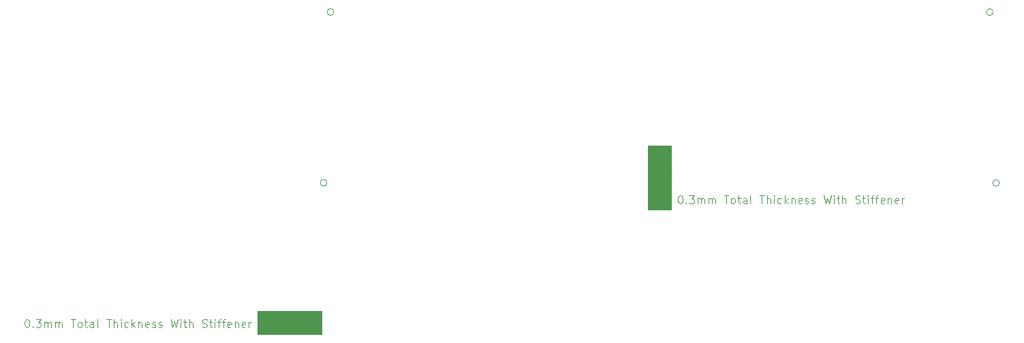
<source format=gbr>
%TF.GenerationSoftware,KiCad,Pcbnew,8.0.2*%
%TF.CreationDate,2024-11-29T16:24:00-08:00*%
%TF.ProjectId,procon_trigger_pcb,70726f63-6f6e-45f7-9472-69676765725f,rev?*%
%TF.SameCoordinates,Original*%
%TF.FileFunction,OtherDrawing,Comment*%
%FSLAX46Y46*%
G04 Gerber Fmt 4.6, Leading zero omitted, Abs format (unit mm)*
G04 Created by KiCad (PCBNEW 8.0.2) date 2024-11-29 16:24:00*
%MOMM*%
%LPD*%
G01*
G04 APERTURE LIST*
%ADD10C,0.100000*%
%ADD11C,0.000000*%
G04 APERTURE END LIST*
D10*
X270317253Y-141935000D02*
G75*
G02*
X269482747Y-141935000I-417253J0D01*
G01*
X269482747Y-141935000D02*
G75*
G02*
X270317253Y-141935000I417253J0D01*
G01*
X186742253Y-141910000D02*
G75*
G02*
X185907747Y-141910000I-417253J0D01*
G01*
X185907747Y-141910000D02*
G75*
G02*
X186742253Y-141910000I417253J0D01*
G01*
X226600000Y-141007500D02*
X229600000Y-141007500D01*
X187592253Y-120665000D02*
G75*
G02*
X186757747Y-120665000I-417253J0D01*
G01*
X186757747Y-120665000D02*
G75*
G02*
X187592253Y-120665000I417253J0D01*
G01*
X269512253Y-120685000D02*
G75*
G02*
X268677747Y-120685000I-417253J0D01*
G01*
X268677747Y-120685000D02*
G75*
G02*
X269512253Y-120685000I417253J0D01*
G01*
X149424360Y-158882419D02*
X149519598Y-158882419D01*
X149519598Y-158882419D02*
X149614836Y-158930038D01*
X149614836Y-158930038D02*
X149662455Y-158977657D01*
X149662455Y-158977657D02*
X149710074Y-159072895D01*
X149710074Y-159072895D02*
X149757693Y-159263371D01*
X149757693Y-159263371D02*
X149757693Y-159501466D01*
X149757693Y-159501466D02*
X149710074Y-159691942D01*
X149710074Y-159691942D02*
X149662455Y-159787180D01*
X149662455Y-159787180D02*
X149614836Y-159834800D01*
X149614836Y-159834800D02*
X149519598Y-159882419D01*
X149519598Y-159882419D02*
X149424360Y-159882419D01*
X149424360Y-159882419D02*
X149329122Y-159834800D01*
X149329122Y-159834800D02*
X149281503Y-159787180D01*
X149281503Y-159787180D02*
X149233884Y-159691942D01*
X149233884Y-159691942D02*
X149186265Y-159501466D01*
X149186265Y-159501466D02*
X149186265Y-159263371D01*
X149186265Y-159263371D02*
X149233884Y-159072895D01*
X149233884Y-159072895D02*
X149281503Y-158977657D01*
X149281503Y-158977657D02*
X149329122Y-158930038D01*
X149329122Y-158930038D02*
X149424360Y-158882419D01*
X150186265Y-159787180D02*
X150233884Y-159834800D01*
X150233884Y-159834800D02*
X150186265Y-159882419D01*
X150186265Y-159882419D02*
X150138646Y-159834800D01*
X150138646Y-159834800D02*
X150186265Y-159787180D01*
X150186265Y-159787180D02*
X150186265Y-159882419D01*
X150567217Y-158882419D02*
X151186264Y-158882419D01*
X151186264Y-158882419D02*
X150852931Y-159263371D01*
X150852931Y-159263371D02*
X150995788Y-159263371D01*
X150995788Y-159263371D02*
X151091026Y-159310990D01*
X151091026Y-159310990D02*
X151138645Y-159358609D01*
X151138645Y-159358609D02*
X151186264Y-159453847D01*
X151186264Y-159453847D02*
X151186264Y-159691942D01*
X151186264Y-159691942D02*
X151138645Y-159787180D01*
X151138645Y-159787180D02*
X151091026Y-159834800D01*
X151091026Y-159834800D02*
X150995788Y-159882419D01*
X150995788Y-159882419D02*
X150710074Y-159882419D01*
X150710074Y-159882419D02*
X150614836Y-159834800D01*
X150614836Y-159834800D02*
X150567217Y-159787180D01*
X151614836Y-159882419D02*
X151614836Y-159215752D01*
X151614836Y-159310990D02*
X151662455Y-159263371D01*
X151662455Y-159263371D02*
X151757693Y-159215752D01*
X151757693Y-159215752D02*
X151900550Y-159215752D01*
X151900550Y-159215752D02*
X151995788Y-159263371D01*
X151995788Y-159263371D02*
X152043407Y-159358609D01*
X152043407Y-159358609D02*
X152043407Y-159882419D01*
X152043407Y-159358609D02*
X152091026Y-159263371D01*
X152091026Y-159263371D02*
X152186264Y-159215752D01*
X152186264Y-159215752D02*
X152329121Y-159215752D01*
X152329121Y-159215752D02*
X152424360Y-159263371D01*
X152424360Y-159263371D02*
X152471979Y-159358609D01*
X152471979Y-159358609D02*
X152471979Y-159882419D01*
X152948169Y-159882419D02*
X152948169Y-159215752D01*
X152948169Y-159310990D02*
X152995788Y-159263371D01*
X152995788Y-159263371D02*
X153091026Y-159215752D01*
X153091026Y-159215752D02*
X153233883Y-159215752D01*
X153233883Y-159215752D02*
X153329121Y-159263371D01*
X153329121Y-159263371D02*
X153376740Y-159358609D01*
X153376740Y-159358609D02*
X153376740Y-159882419D01*
X153376740Y-159358609D02*
X153424359Y-159263371D01*
X153424359Y-159263371D02*
X153519597Y-159215752D01*
X153519597Y-159215752D02*
X153662454Y-159215752D01*
X153662454Y-159215752D02*
X153757693Y-159263371D01*
X153757693Y-159263371D02*
X153805312Y-159358609D01*
X153805312Y-159358609D02*
X153805312Y-159882419D01*
X154900550Y-158882419D02*
X155471978Y-158882419D01*
X155186264Y-159882419D02*
X155186264Y-158882419D01*
X155948169Y-159882419D02*
X155852931Y-159834800D01*
X155852931Y-159834800D02*
X155805312Y-159787180D01*
X155805312Y-159787180D02*
X155757693Y-159691942D01*
X155757693Y-159691942D02*
X155757693Y-159406228D01*
X155757693Y-159406228D02*
X155805312Y-159310990D01*
X155805312Y-159310990D02*
X155852931Y-159263371D01*
X155852931Y-159263371D02*
X155948169Y-159215752D01*
X155948169Y-159215752D02*
X156091026Y-159215752D01*
X156091026Y-159215752D02*
X156186264Y-159263371D01*
X156186264Y-159263371D02*
X156233883Y-159310990D01*
X156233883Y-159310990D02*
X156281502Y-159406228D01*
X156281502Y-159406228D02*
X156281502Y-159691942D01*
X156281502Y-159691942D02*
X156233883Y-159787180D01*
X156233883Y-159787180D02*
X156186264Y-159834800D01*
X156186264Y-159834800D02*
X156091026Y-159882419D01*
X156091026Y-159882419D02*
X155948169Y-159882419D01*
X156567217Y-159215752D02*
X156948169Y-159215752D01*
X156710074Y-158882419D02*
X156710074Y-159739561D01*
X156710074Y-159739561D02*
X156757693Y-159834800D01*
X156757693Y-159834800D02*
X156852931Y-159882419D01*
X156852931Y-159882419D02*
X156948169Y-159882419D01*
X157710074Y-159882419D02*
X157710074Y-159358609D01*
X157710074Y-159358609D02*
X157662455Y-159263371D01*
X157662455Y-159263371D02*
X157567217Y-159215752D01*
X157567217Y-159215752D02*
X157376741Y-159215752D01*
X157376741Y-159215752D02*
X157281503Y-159263371D01*
X157710074Y-159834800D02*
X157614836Y-159882419D01*
X157614836Y-159882419D02*
X157376741Y-159882419D01*
X157376741Y-159882419D02*
X157281503Y-159834800D01*
X157281503Y-159834800D02*
X157233884Y-159739561D01*
X157233884Y-159739561D02*
X157233884Y-159644323D01*
X157233884Y-159644323D02*
X157281503Y-159549085D01*
X157281503Y-159549085D02*
X157376741Y-159501466D01*
X157376741Y-159501466D02*
X157614836Y-159501466D01*
X157614836Y-159501466D02*
X157710074Y-159453847D01*
X158329122Y-159882419D02*
X158233884Y-159834800D01*
X158233884Y-159834800D02*
X158186265Y-159739561D01*
X158186265Y-159739561D02*
X158186265Y-158882419D01*
X159329123Y-158882419D02*
X159900551Y-158882419D01*
X159614837Y-159882419D02*
X159614837Y-158882419D01*
X160233885Y-159882419D02*
X160233885Y-158882419D01*
X160662456Y-159882419D02*
X160662456Y-159358609D01*
X160662456Y-159358609D02*
X160614837Y-159263371D01*
X160614837Y-159263371D02*
X160519599Y-159215752D01*
X160519599Y-159215752D02*
X160376742Y-159215752D01*
X160376742Y-159215752D02*
X160281504Y-159263371D01*
X160281504Y-159263371D02*
X160233885Y-159310990D01*
X161138647Y-159882419D02*
X161138647Y-159215752D01*
X161138647Y-158882419D02*
X161091028Y-158930038D01*
X161091028Y-158930038D02*
X161138647Y-158977657D01*
X161138647Y-158977657D02*
X161186266Y-158930038D01*
X161186266Y-158930038D02*
X161138647Y-158882419D01*
X161138647Y-158882419D02*
X161138647Y-158977657D01*
X162043408Y-159834800D02*
X161948170Y-159882419D01*
X161948170Y-159882419D02*
X161757694Y-159882419D01*
X161757694Y-159882419D02*
X161662456Y-159834800D01*
X161662456Y-159834800D02*
X161614837Y-159787180D01*
X161614837Y-159787180D02*
X161567218Y-159691942D01*
X161567218Y-159691942D02*
X161567218Y-159406228D01*
X161567218Y-159406228D02*
X161614837Y-159310990D01*
X161614837Y-159310990D02*
X161662456Y-159263371D01*
X161662456Y-159263371D02*
X161757694Y-159215752D01*
X161757694Y-159215752D02*
X161948170Y-159215752D01*
X161948170Y-159215752D02*
X162043408Y-159263371D01*
X162471980Y-159882419D02*
X162471980Y-158882419D01*
X162567218Y-159501466D02*
X162852932Y-159882419D01*
X162852932Y-159215752D02*
X162471980Y-159596704D01*
X163281504Y-159215752D02*
X163281504Y-159882419D01*
X163281504Y-159310990D02*
X163329123Y-159263371D01*
X163329123Y-159263371D02*
X163424361Y-159215752D01*
X163424361Y-159215752D02*
X163567218Y-159215752D01*
X163567218Y-159215752D02*
X163662456Y-159263371D01*
X163662456Y-159263371D02*
X163710075Y-159358609D01*
X163710075Y-159358609D02*
X163710075Y-159882419D01*
X164567218Y-159834800D02*
X164471980Y-159882419D01*
X164471980Y-159882419D02*
X164281504Y-159882419D01*
X164281504Y-159882419D02*
X164186266Y-159834800D01*
X164186266Y-159834800D02*
X164138647Y-159739561D01*
X164138647Y-159739561D02*
X164138647Y-159358609D01*
X164138647Y-159358609D02*
X164186266Y-159263371D01*
X164186266Y-159263371D02*
X164281504Y-159215752D01*
X164281504Y-159215752D02*
X164471980Y-159215752D01*
X164471980Y-159215752D02*
X164567218Y-159263371D01*
X164567218Y-159263371D02*
X164614837Y-159358609D01*
X164614837Y-159358609D02*
X164614837Y-159453847D01*
X164614837Y-159453847D02*
X164138647Y-159549085D01*
X164995790Y-159834800D02*
X165091028Y-159882419D01*
X165091028Y-159882419D02*
X165281504Y-159882419D01*
X165281504Y-159882419D02*
X165376742Y-159834800D01*
X165376742Y-159834800D02*
X165424361Y-159739561D01*
X165424361Y-159739561D02*
X165424361Y-159691942D01*
X165424361Y-159691942D02*
X165376742Y-159596704D01*
X165376742Y-159596704D02*
X165281504Y-159549085D01*
X165281504Y-159549085D02*
X165138647Y-159549085D01*
X165138647Y-159549085D02*
X165043409Y-159501466D01*
X165043409Y-159501466D02*
X164995790Y-159406228D01*
X164995790Y-159406228D02*
X164995790Y-159358609D01*
X164995790Y-159358609D02*
X165043409Y-159263371D01*
X165043409Y-159263371D02*
X165138647Y-159215752D01*
X165138647Y-159215752D02*
X165281504Y-159215752D01*
X165281504Y-159215752D02*
X165376742Y-159263371D01*
X165805314Y-159834800D02*
X165900552Y-159882419D01*
X165900552Y-159882419D02*
X166091028Y-159882419D01*
X166091028Y-159882419D02*
X166186266Y-159834800D01*
X166186266Y-159834800D02*
X166233885Y-159739561D01*
X166233885Y-159739561D02*
X166233885Y-159691942D01*
X166233885Y-159691942D02*
X166186266Y-159596704D01*
X166186266Y-159596704D02*
X166091028Y-159549085D01*
X166091028Y-159549085D02*
X165948171Y-159549085D01*
X165948171Y-159549085D02*
X165852933Y-159501466D01*
X165852933Y-159501466D02*
X165805314Y-159406228D01*
X165805314Y-159406228D02*
X165805314Y-159358609D01*
X165805314Y-159358609D02*
X165852933Y-159263371D01*
X165852933Y-159263371D02*
X165948171Y-159215752D01*
X165948171Y-159215752D02*
X166091028Y-159215752D01*
X166091028Y-159215752D02*
X166186266Y-159263371D01*
X167329124Y-158882419D02*
X167567219Y-159882419D01*
X167567219Y-159882419D02*
X167757695Y-159168133D01*
X167757695Y-159168133D02*
X167948171Y-159882419D01*
X167948171Y-159882419D02*
X168186267Y-158882419D01*
X168567219Y-159882419D02*
X168567219Y-159215752D01*
X168567219Y-158882419D02*
X168519600Y-158930038D01*
X168519600Y-158930038D02*
X168567219Y-158977657D01*
X168567219Y-158977657D02*
X168614838Y-158930038D01*
X168614838Y-158930038D02*
X168567219Y-158882419D01*
X168567219Y-158882419D02*
X168567219Y-158977657D01*
X168900552Y-159215752D02*
X169281504Y-159215752D01*
X169043409Y-158882419D02*
X169043409Y-159739561D01*
X169043409Y-159739561D02*
X169091028Y-159834800D01*
X169091028Y-159834800D02*
X169186266Y-159882419D01*
X169186266Y-159882419D02*
X169281504Y-159882419D01*
X169614838Y-159882419D02*
X169614838Y-158882419D01*
X170043409Y-159882419D02*
X170043409Y-159358609D01*
X170043409Y-159358609D02*
X169995790Y-159263371D01*
X169995790Y-159263371D02*
X169900552Y-159215752D01*
X169900552Y-159215752D02*
X169757695Y-159215752D01*
X169757695Y-159215752D02*
X169662457Y-159263371D01*
X169662457Y-159263371D02*
X169614838Y-159310990D01*
X171233886Y-159834800D02*
X171376743Y-159882419D01*
X171376743Y-159882419D02*
X171614838Y-159882419D01*
X171614838Y-159882419D02*
X171710076Y-159834800D01*
X171710076Y-159834800D02*
X171757695Y-159787180D01*
X171757695Y-159787180D02*
X171805314Y-159691942D01*
X171805314Y-159691942D02*
X171805314Y-159596704D01*
X171805314Y-159596704D02*
X171757695Y-159501466D01*
X171757695Y-159501466D02*
X171710076Y-159453847D01*
X171710076Y-159453847D02*
X171614838Y-159406228D01*
X171614838Y-159406228D02*
X171424362Y-159358609D01*
X171424362Y-159358609D02*
X171329124Y-159310990D01*
X171329124Y-159310990D02*
X171281505Y-159263371D01*
X171281505Y-159263371D02*
X171233886Y-159168133D01*
X171233886Y-159168133D02*
X171233886Y-159072895D01*
X171233886Y-159072895D02*
X171281505Y-158977657D01*
X171281505Y-158977657D02*
X171329124Y-158930038D01*
X171329124Y-158930038D02*
X171424362Y-158882419D01*
X171424362Y-158882419D02*
X171662457Y-158882419D01*
X171662457Y-158882419D02*
X171805314Y-158930038D01*
X172091029Y-159215752D02*
X172471981Y-159215752D01*
X172233886Y-158882419D02*
X172233886Y-159739561D01*
X172233886Y-159739561D02*
X172281505Y-159834800D01*
X172281505Y-159834800D02*
X172376743Y-159882419D01*
X172376743Y-159882419D02*
X172471981Y-159882419D01*
X172805315Y-159882419D02*
X172805315Y-159215752D01*
X172805315Y-158882419D02*
X172757696Y-158930038D01*
X172757696Y-158930038D02*
X172805315Y-158977657D01*
X172805315Y-158977657D02*
X172852934Y-158930038D01*
X172852934Y-158930038D02*
X172805315Y-158882419D01*
X172805315Y-158882419D02*
X172805315Y-158977657D01*
X173138648Y-159215752D02*
X173519600Y-159215752D01*
X173281505Y-159882419D02*
X173281505Y-159025276D01*
X173281505Y-159025276D02*
X173329124Y-158930038D01*
X173329124Y-158930038D02*
X173424362Y-158882419D01*
X173424362Y-158882419D02*
X173519600Y-158882419D01*
X173710077Y-159215752D02*
X174091029Y-159215752D01*
X173852934Y-159882419D02*
X173852934Y-159025276D01*
X173852934Y-159025276D02*
X173900553Y-158930038D01*
X173900553Y-158930038D02*
X173995791Y-158882419D01*
X173995791Y-158882419D02*
X174091029Y-158882419D01*
X174805315Y-159834800D02*
X174710077Y-159882419D01*
X174710077Y-159882419D02*
X174519601Y-159882419D01*
X174519601Y-159882419D02*
X174424363Y-159834800D01*
X174424363Y-159834800D02*
X174376744Y-159739561D01*
X174376744Y-159739561D02*
X174376744Y-159358609D01*
X174376744Y-159358609D02*
X174424363Y-159263371D01*
X174424363Y-159263371D02*
X174519601Y-159215752D01*
X174519601Y-159215752D02*
X174710077Y-159215752D01*
X174710077Y-159215752D02*
X174805315Y-159263371D01*
X174805315Y-159263371D02*
X174852934Y-159358609D01*
X174852934Y-159358609D02*
X174852934Y-159453847D01*
X174852934Y-159453847D02*
X174376744Y-159549085D01*
X175281506Y-159215752D02*
X175281506Y-159882419D01*
X175281506Y-159310990D02*
X175329125Y-159263371D01*
X175329125Y-159263371D02*
X175424363Y-159215752D01*
X175424363Y-159215752D02*
X175567220Y-159215752D01*
X175567220Y-159215752D02*
X175662458Y-159263371D01*
X175662458Y-159263371D02*
X175710077Y-159358609D01*
X175710077Y-159358609D02*
X175710077Y-159882419D01*
X176567220Y-159834800D02*
X176471982Y-159882419D01*
X176471982Y-159882419D02*
X176281506Y-159882419D01*
X176281506Y-159882419D02*
X176186268Y-159834800D01*
X176186268Y-159834800D02*
X176138649Y-159739561D01*
X176138649Y-159739561D02*
X176138649Y-159358609D01*
X176138649Y-159358609D02*
X176186268Y-159263371D01*
X176186268Y-159263371D02*
X176281506Y-159215752D01*
X176281506Y-159215752D02*
X176471982Y-159215752D01*
X176471982Y-159215752D02*
X176567220Y-159263371D01*
X176567220Y-159263371D02*
X176614839Y-159358609D01*
X176614839Y-159358609D02*
X176614839Y-159453847D01*
X176614839Y-159453847D02*
X176138649Y-159549085D01*
X177043411Y-159882419D02*
X177043411Y-159215752D01*
X177043411Y-159406228D02*
X177091030Y-159310990D01*
X177091030Y-159310990D02*
X177138649Y-159263371D01*
X177138649Y-159263371D02*
X177233887Y-159215752D01*
X177233887Y-159215752D02*
X177329125Y-159215752D01*
X230594360Y-143492419D02*
X230689598Y-143492419D01*
X230689598Y-143492419D02*
X230784836Y-143540038D01*
X230784836Y-143540038D02*
X230832455Y-143587657D01*
X230832455Y-143587657D02*
X230880074Y-143682895D01*
X230880074Y-143682895D02*
X230927693Y-143873371D01*
X230927693Y-143873371D02*
X230927693Y-144111466D01*
X230927693Y-144111466D02*
X230880074Y-144301942D01*
X230880074Y-144301942D02*
X230832455Y-144397180D01*
X230832455Y-144397180D02*
X230784836Y-144444800D01*
X230784836Y-144444800D02*
X230689598Y-144492419D01*
X230689598Y-144492419D02*
X230594360Y-144492419D01*
X230594360Y-144492419D02*
X230499122Y-144444800D01*
X230499122Y-144444800D02*
X230451503Y-144397180D01*
X230451503Y-144397180D02*
X230403884Y-144301942D01*
X230403884Y-144301942D02*
X230356265Y-144111466D01*
X230356265Y-144111466D02*
X230356265Y-143873371D01*
X230356265Y-143873371D02*
X230403884Y-143682895D01*
X230403884Y-143682895D02*
X230451503Y-143587657D01*
X230451503Y-143587657D02*
X230499122Y-143540038D01*
X230499122Y-143540038D02*
X230594360Y-143492419D01*
X231356265Y-144397180D02*
X231403884Y-144444800D01*
X231403884Y-144444800D02*
X231356265Y-144492419D01*
X231356265Y-144492419D02*
X231308646Y-144444800D01*
X231308646Y-144444800D02*
X231356265Y-144397180D01*
X231356265Y-144397180D02*
X231356265Y-144492419D01*
X231737217Y-143492419D02*
X232356264Y-143492419D01*
X232356264Y-143492419D02*
X232022931Y-143873371D01*
X232022931Y-143873371D02*
X232165788Y-143873371D01*
X232165788Y-143873371D02*
X232261026Y-143920990D01*
X232261026Y-143920990D02*
X232308645Y-143968609D01*
X232308645Y-143968609D02*
X232356264Y-144063847D01*
X232356264Y-144063847D02*
X232356264Y-144301942D01*
X232356264Y-144301942D02*
X232308645Y-144397180D01*
X232308645Y-144397180D02*
X232261026Y-144444800D01*
X232261026Y-144444800D02*
X232165788Y-144492419D01*
X232165788Y-144492419D02*
X231880074Y-144492419D01*
X231880074Y-144492419D02*
X231784836Y-144444800D01*
X231784836Y-144444800D02*
X231737217Y-144397180D01*
X232784836Y-144492419D02*
X232784836Y-143825752D01*
X232784836Y-143920990D02*
X232832455Y-143873371D01*
X232832455Y-143873371D02*
X232927693Y-143825752D01*
X232927693Y-143825752D02*
X233070550Y-143825752D01*
X233070550Y-143825752D02*
X233165788Y-143873371D01*
X233165788Y-143873371D02*
X233213407Y-143968609D01*
X233213407Y-143968609D02*
X233213407Y-144492419D01*
X233213407Y-143968609D02*
X233261026Y-143873371D01*
X233261026Y-143873371D02*
X233356264Y-143825752D01*
X233356264Y-143825752D02*
X233499121Y-143825752D01*
X233499121Y-143825752D02*
X233594360Y-143873371D01*
X233594360Y-143873371D02*
X233641979Y-143968609D01*
X233641979Y-143968609D02*
X233641979Y-144492419D01*
X234118169Y-144492419D02*
X234118169Y-143825752D01*
X234118169Y-143920990D02*
X234165788Y-143873371D01*
X234165788Y-143873371D02*
X234261026Y-143825752D01*
X234261026Y-143825752D02*
X234403883Y-143825752D01*
X234403883Y-143825752D02*
X234499121Y-143873371D01*
X234499121Y-143873371D02*
X234546740Y-143968609D01*
X234546740Y-143968609D02*
X234546740Y-144492419D01*
X234546740Y-143968609D02*
X234594359Y-143873371D01*
X234594359Y-143873371D02*
X234689597Y-143825752D01*
X234689597Y-143825752D02*
X234832454Y-143825752D01*
X234832454Y-143825752D02*
X234927693Y-143873371D01*
X234927693Y-143873371D02*
X234975312Y-143968609D01*
X234975312Y-143968609D02*
X234975312Y-144492419D01*
X236070550Y-143492419D02*
X236641978Y-143492419D01*
X236356264Y-144492419D02*
X236356264Y-143492419D01*
X237118169Y-144492419D02*
X237022931Y-144444800D01*
X237022931Y-144444800D02*
X236975312Y-144397180D01*
X236975312Y-144397180D02*
X236927693Y-144301942D01*
X236927693Y-144301942D02*
X236927693Y-144016228D01*
X236927693Y-144016228D02*
X236975312Y-143920990D01*
X236975312Y-143920990D02*
X237022931Y-143873371D01*
X237022931Y-143873371D02*
X237118169Y-143825752D01*
X237118169Y-143825752D02*
X237261026Y-143825752D01*
X237261026Y-143825752D02*
X237356264Y-143873371D01*
X237356264Y-143873371D02*
X237403883Y-143920990D01*
X237403883Y-143920990D02*
X237451502Y-144016228D01*
X237451502Y-144016228D02*
X237451502Y-144301942D01*
X237451502Y-144301942D02*
X237403883Y-144397180D01*
X237403883Y-144397180D02*
X237356264Y-144444800D01*
X237356264Y-144444800D02*
X237261026Y-144492419D01*
X237261026Y-144492419D02*
X237118169Y-144492419D01*
X237737217Y-143825752D02*
X238118169Y-143825752D01*
X237880074Y-143492419D02*
X237880074Y-144349561D01*
X237880074Y-144349561D02*
X237927693Y-144444800D01*
X237927693Y-144444800D02*
X238022931Y-144492419D01*
X238022931Y-144492419D02*
X238118169Y-144492419D01*
X238880074Y-144492419D02*
X238880074Y-143968609D01*
X238880074Y-143968609D02*
X238832455Y-143873371D01*
X238832455Y-143873371D02*
X238737217Y-143825752D01*
X238737217Y-143825752D02*
X238546741Y-143825752D01*
X238546741Y-143825752D02*
X238451503Y-143873371D01*
X238880074Y-144444800D02*
X238784836Y-144492419D01*
X238784836Y-144492419D02*
X238546741Y-144492419D01*
X238546741Y-144492419D02*
X238451503Y-144444800D01*
X238451503Y-144444800D02*
X238403884Y-144349561D01*
X238403884Y-144349561D02*
X238403884Y-144254323D01*
X238403884Y-144254323D02*
X238451503Y-144159085D01*
X238451503Y-144159085D02*
X238546741Y-144111466D01*
X238546741Y-144111466D02*
X238784836Y-144111466D01*
X238784836Y-144111466D02*
X238880074Y-144063847D01*
X239499122Y-144492419D02*
X239403884Y-144444800D01*
X239403884Y-144444800D02*
X239356265Y-144349561D01*
X239356265Y-144349561D02*
X239356265Y-143492419D01*
X240499123Y-143492419D02*
X241070551Y-143492419D01*
X240784837Y-144492419D02*
X240784837Y-143492419D01*
X241403885Y-144492419D02*
X241403885Y-143492419D01*
X241832456Y-144492419D02*
X241832456Y-143968609D01*
X241832456Y-143968609D02*
X241784837Y-143873371D01*
X241784837Y-143873371D02*
X241689599Y-143825752D01*
X241689599Y-143825752D02*
X241546742Y-143825752D01*
X241546742Y-143825752D02*
X241451504Y-143873371D01*
X241451504Y-143873371D02*
X241403885Y-143920990D01*
X242308647Y-144492419D02*
X242308647Y-143825752D01*
X242308647Y-143492419D02*
X242261028Y-143540038D01*
X242261028Y-143540038D02*
X242308647Y-143587657D01*
X242308647Y-143587657D02*
X242356266Y-143540038D01*
X242356266Y-143540038D02*
X242308647Y-143492419D01*
X242308647Y-143492419D02*
X242308647Y-143587657D01*
X243213408Y-144444800D02*
X243118170Y-144492419D01*
X243118170Y-144492419D02*
X242927694Y-144492419D01*
X242927694Y-144492419D02*
X242832456Y-144444800D01*
X242832456Y-144444800D02*
X242784837Y-144397180D01*
X242784837Y-144397180D02*
X242737218Y-144301942D01*
X242737218Y-144301942D02*
X242737218Y-144016228D01*
X242737218Y-144016228D02*
X242784837Y-143920990D01*
X242784837Y-143920990D02*
X242832456Y-143873371D01*
X242832456Y-143873371D02*
X242927694Y-143825752D01*
X242927694Y-143825752D02*
X243118170Y-143825752D01*
X243118170Y-143825752D02*
X243213408Y-143873371D01*
X243641980Y-144492419D02*
X243641980Y-143492419D01*
X243737218Y-144111466D02*
X244022932Y-144492419D01*
X244022932Y-143825752D02*
X243641980Y-144206704D01*
X244451504Y-143825752D02*
X244451504Y-144492419D01*
X244451504Y-143920990D02*
X244499123Y-143873371D01*
X244499123Y-143873371D02*
X244594361Y-143825752D01*
X244594361Y-143825752D02*
X244737218Y-143825752D01*
X244737218Y-143825752D02*
X244832456Y-143873371D01*
X244832456Y-143873371D02*
X244880075Y-143968609D01*
X244880075Y-143968609D02*
X244880075Y-144492419D01*
X245737218Y-144444800D02*
X245641980Y-144492419D01*
X245641980Y-144492419D02*
X245451504Y-144492419D01*
X245451504Y-144492419D02*
X245356266Y-144444800D01*
X245356266Y-144444800D02*
X245308647Y-144349561D01*
X245308647Y-144349561D02*
X245308647Y-143968609D01*
X245308647Y-143968609D02*
X245356266Y-143873371D01*
X245356266Y-143873371D02*
X245451504Y-143825752D01*
X245451504Y-143825752D02*
X245641980Y-143825752D01*
X245641980Y-143825752D02*
X245737218Y-143873371D01*
X245737218Y-143873371D02*
X245784837Y-143968609D01*
X245784837Y-143968609D02*
X245784837Y-144063847D01*
X245784837Y-144063847D02*
X245308647Y-144159085D01*
X246165790Y-144444800D02*
X246261028Y-144492419D01*
X246261028Y-144492419D02*
X246451504Y-144492419D01*
X246451504Y-144492419D02*
X246546742Y-144444800D01*
X246546742Y-144444800D02*
X246594361Y-144349561D01*
X246594361Y-144349561D02*
X246594361Y-144301942D01*
X246594361Y-144301942D02*
X246546742Y-144206704D01*
X246546742Y-144206704D02*
X246451504Y-144159085D01*
X246451504Y-144159085D02*
X246308647Y-144159085D01*
X246308647Y-144159085D02*
X246213409Y-144111466D01*
X246213409Y-144111466D02*
X246165790Y-144016228D01*
X246165790Y-144016228D02*
X246165790Y-143968609D01*
X246165790Y-143968609D02*
X246213409Y-143873371D01*
X246213409Y-143873371D02*
X246308647Y-143825752D01*
X246308647Y-143825752D02*
X246451504Y-143825752D01*
X246451504Y-143825752D02*
X246546742Y-143873371D01*
X246975314Y-144444800D02*
X247070552Y-144492419D01*
X247070552Y-144492419D02*
X247261028Y-144492419D01*
X247261028Y-144492419D02*
X247356266Y-144444800D01*
X247356266Y-144444800D02*
X247403885Y-144349561D01*
X247403885Y-144349561D02*
X247403885Y-144301942D01*
X247403885Y-144301942D02*
X247356266Y-144206704D01*
X247356266Y-144206704D02*
X247261028Y-144159085D01*
X247261028Y-144159085D02*
X247118171Y-144159085D01*
X247118171Y-144159085D02*
X247022933Y-144111466D01*
X247022933Y-144111466D02*
X246975314Y-144016228D01*
X246975314Y-144016228D02*
X246975314Y-143968609D01*
X246975314Y-143968609D02*
X247022933Y-143873371D01*
X247022933Y-143873371D02*
X247118171Y-143825752D01*
X247118171Y-143825752D02*
X247261028Y-143825752D01*
X247261028Y-143825752D02*
X247356266Y-143873371D01*
X248499124Y-143492419D02*
X248737219Y-144492419D01*
X248737219Y-144492419D02*
X248927695Y-143778133D01*
X248927695Y-143778133D02*
X249118171Y-144492419D01*
X249118171Y-144492419D02*
X249356267Y-143492419D01*
X249737219Y-144492419D02*
X249737219Y-143825752D01*
X249737219Y-143492419D02*
X249689600Y-143540038D01*
X249689600Y-143540038D02*
X249737219Y-143587657D01*
X249737219Y-143587657D02*
X249784838Y-143540038D01*
X249784838Y-143540038D02*
X249737219Y-143492419D01*
X249737219Y-143492419D02*
X249737219Y-143587657D01*
X250070552Y-143825752D02*
X250451504Y-143825752D01*
X250213409Y-143492419D02*
X250213409Y-144349561D01*
X250213409Y-144349561D02*
X250261028Y-144444800D01*
X250261028Y-144444800D02*
X250356266Y-144492419D01*
X250356266Y-144492419D02*
X250451504Y-144492419D01*
X250784838Y-144492419D02*
X250784838Y-143492419D01*
X251213409Y-144492419D02*
X251213409Y-143968609D01*
X251213409Y-143968609D02*
X251165790Y-143873371D01*
X251165790Y-143873371D02*
X251070552Y-143825752D01*
X251070552Y-143825752D02*
X250927695Y-143825752D01*
X250927695Y-143825752D02*
X250832457Y-143873371D01*
X250832457Y-143873371D02*
X250784838Y-143920990D01*
X252403886Y-144444800D02*
X252546743Y-144492419D01*
X252546743Y-144492419D02*
X252784838Y-144492419D01*
X252784838Y-144492419D02*
X252880076Y-144444800D01*
X252880076Y-144444800D02*
X252927695Y-144397180D01*
X252927695Y-144397180D02*
X252975314Y-144301942D01*
X252975314Y-144301942D02*
X252975314Y-144206704D01*
X252975314Y-144206704D02*
X252927695Y-144111466D01*
X252927695Y-144111466D02*
X252880076Y-144063847D01*
X252880076Y-144063847D02*
X252784838Y-144016228D01*
X252784838Y-144016228D02*
X252594362Y-143968609D01*
X252594362Y-143968609D02*
X252499124Y-143920990D01*
X252499124Y-143920990D02*
X252451505Y-143873371D01*
X252451505Y-143873371D02*
X252403886Y-143778133D01*
X252403886Y-143778133D02*
X252403886Y-143682895D01*
X252403886Y-143682895D02*
X252451505Y-143587657D01*
X252451505Y-143587657D02*
X252499124Y-143540038D01*
X252499124Y-143540038D02*
X252594362Y-143492419D01*
X252594362Y-143492419D02*
X252832457Y-143492419D01*
X252832457Y-143492419D02*
X252975314Y-143540038D01*
X253261029Y-143825752D02*
X253641981Y-143825752D01*
X253403886Y-143492419D02*
X253403886Y-144349561D01*
X253403886Y-144349561D02*
X253451505Y-144444800D01*
X253451505Y-144444800D02*
X253546743Y-144492419D01*
X253546743Y-144492419D02*
X253641981Y-144492419D01*
X253975315Y-144492419D02*
X253975315Y-143825752D01*
X253975315Y-143492419D02*
X253927696Y-143540038D01*
X253927696Y-143540038D02*
X253975315Y-143587657D01*
X253975315Y-143587657D02*
X254022934Y-143540038D01*
X254022934Y-143540038D02*
X253975315Y-143492419D01*
X253975315Y-143492419D02*
X253975315Y-143587657D01*
X254308648Y-143825752D02*
X254689600Y-143825752D01*
X254451505Y-144492419D02*
X254451505Y-143635276D01*
X254451505Y-143635276D02*
X254499124Y-143540038D01*
X254499124Y-143540038D02*
X254594362Y-143492419D01*
X254594362Y-143492419D02*
X254689600Y-143492419D01*
X254880077Y-143825752D02*
X255261029Y-143825752D01*
X255022934Y-144492419D02*
X255022934Y-143635276D01*
X255022934Y-143635276D02*
X255070553Y-143540038D01*
X255070553Y-143540038D02*
X255165791Y-143492419D01*
X255165791Y-143492419D02*
X255261029Y-143492419D01*
X255975315Y-144444800D02*
X255880077Y-144492419D01*
X255880077Y-144492419D02*
X255689601Y-144492419D01*
X255689601Y-144492419D02*
X255594363Y-144444800D01*
X255594363Y-144444800D02*
X255546744Y-144349561D01*
X255546744Y-144349561D02*
X255546744Y-143968609D01*
X255546744Y-143968609D02*
X255594363Y-143873371D01*
X255594363Y-143873371D02*
X255689601Y-143825752D01*
X255689601Y-143825752D02*
X255880077Y-143825752D01*
X255880077Y-143825752D02*
X255975315Y-143873371D01*
X255975315Y-143873371D02*
X256022934Y-143968609D01*
X256022934Y-143968609D02*
X256022934Y-144063847D01*
X256022934Y-144063847D02*
X255546744Y-144159085D01*
X256451506Y-143825752D02*
X256451506Y-144492419D01*
X256451506Y-143920990D02*
X256499125Y-143873371D01*
X256499125Y-143873371D02*
X256594363Y-143825752D01*
X256594363Y-143825752D02*
X256737220Y-143825752D01*
X256737220Y-143825752D02*
X256832458Y-143873371D01*
X256832458Y-143873371D02*
X256880077Y-143968609D01*
X256880077Y-143968609D02*
X256880077Y-144492419D01*
X257737220Y-144444800D02*
X257641982Y-144492419D01*
X257641982Y-144492419D02*
X257451506Y-144492419D01*
X257451506Y-144492419D02*
X257356268Y-144444800D01*
X257356268Y-144444800D02*
X257308649Y-144349561D01*
X257308649Y-144349561D02*
X257308649Y-143968609D01*
X257308649Y-143968609D02*
X257356268Y-143873371D01*
X257356268Y-143873371D02*
X257451506Y-143825752D01*
X257451506Y-143825752D02*
X257641982Y-143825752D01*
X257641982Y-143825752D02*
X257737220Y-143873371D01*
X257737220Y-143873371D02*
X257784839Y-143968609D01*
X257784839Y-143968609D02*
X257784839Y-144063847D01*
X257784839Y-144063847D02*
X257308649Y-144159085D01*
X258213411Y-144492419D02*
X258213411Y-143825752D01*
X258213411Y-144016228D02*
X258261030Y-143920990D01*
X258261030Y-143920990D02*
X258308649Y-143873371D01*
X258308649Y-143873371D02*
X258403887Y-143825752D01*
X258403887Y-143825752D02*
X258499125Y-143825752D01*
D11*
%TO.C,J2*%
G36*
X186132400Y-160828775D02*
G01*
X178080000Y-160828775D01*
X178080000Y-157828775D01*
X186132400Y-157828775D01*
X186132400Y-160828775D01*
G37*
%TO.C,J1*%
G36*
X229600000Y-145367500D02*
G01*
X226600000Y-145367500D01*
X226600000Y-137315100D01*
X229600000Y-137315100D01*
X229600000Y-145367500D01*
G37*
%TD*%
M02*

</source>
